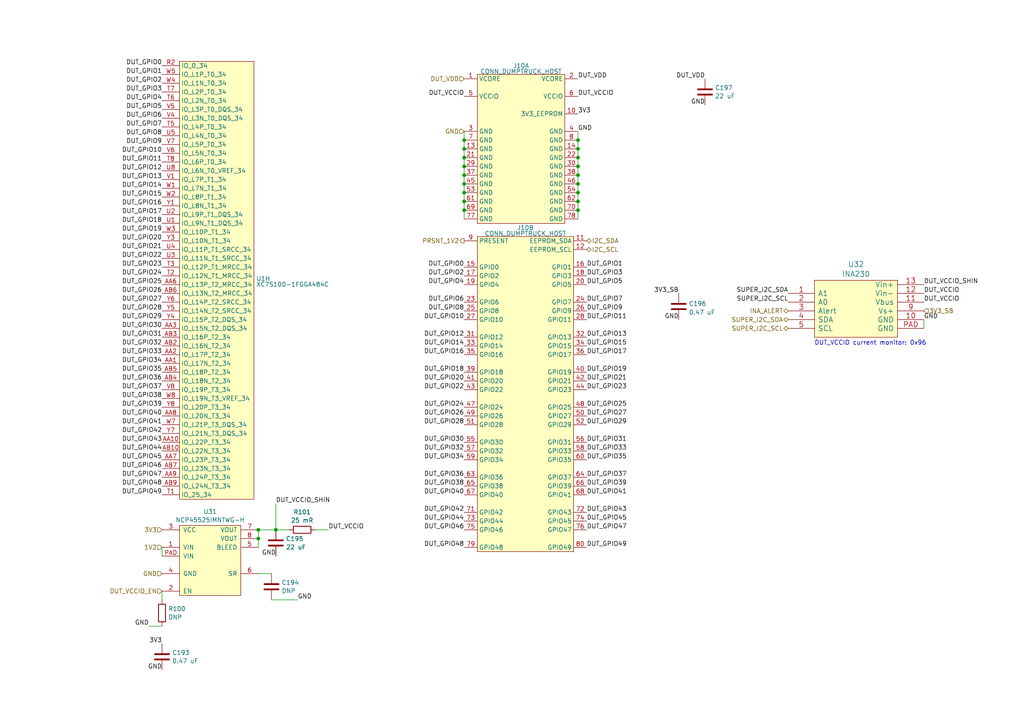
<source format=kicad_sch>
(kicad_sch (version 20231120) (generator "eeschema") (generator_version "8.0")
  (paper "A4")
  (title_block (title "DUMPTRUCK flash dumper") (date "2024-10-18") (rev "0.1") (company "Antikernel Labs") (comment 1 "Andrew D. Zonenberg"))
  (junction (at 167.64 55.88))
  (junction (at 167.64 50.8))
  (junction (at 167.64 60.96))
  (junction (at 134.62 40.64))
  (junction (at 134.62 50.8))
  (junction (at 167.64 53.34))
  (junction (at 134.62 43.18))
  (junction (at 80.01 153.67))
  (junction (at 167.64 48.26))
  (junction (at 134.62 60.96))
  (junction (at 134.62 45.72))
  (junction (at 134.62 53.34))
  (junction (at 167.64 45.72))
  (junction (at 167.64 40.64))
  (junction (at 74.93 156.21))
  (junction (at 74.93 153.67))
  (junction (at 134.62 48.26))
  (junction (at 167.64 58.42))
  (junction (at 134.62 55.88))
  (junction (at 167.64 43.18))
  (junction (at 134.62 58.42))
  (wire (pts (xy 167.64 40.64) (xy 167.64 43.18)))
  (wire (pts (xy 80.01 153.67) (xy 83.82 153.67)))
  (wire (pts (xy 134.62 38.1) (xy 134.62 40.64)))
  (wire (pts (xy 134.62 48.26) (xy 134.62 50.8)))
  (wire (pts (xy 134.62 55.88) (xy 134.62 58.42)))
  (wire (pts (xy 134.62 50.8) (xy 134.62 53.34)))
  (wire (pts (xy 46.99 171.45) (xy 46.99 173.99)))
  (wire (pts (xy 80.01 146.05) (xy 80.01 153.67)))
  (wire (pts (xy 134.62 43.18) (xy 134.62 45.72)))
  (wire (pts (xy 74.93 153.67) (xy 74.93 156.21)))
  (wire (pts (xy 134.62 60.96) (xy 134.62 63.5)))
  (wire (pts (xy 167.64 58.42) (xy 167.64 60.96)))
  (wire (pts (xy 267.97 92.71) (xy 267.97 95.25)))
  (wire (pts (xy 167.64 43.18) (xy 167.64 45.72)))
  (wire (pts (xy 167.64 55.88) (xy 167.64 58.42)))
  (wire (pts (xy 134.62 53.34) (xy 134.62 55.88)))
  (wire (pts (xy 167.64 50.8) (xy 167.64 53.34)))
  (wire (pts (xy 43.18 181.61) (xy 46.99 181.61)))
  (wire (pts (xy 134.62 45.72) (xy 134.62 48.26)))
  (wire (pts (xy 167.64 53.34) (xy 167.64 55.88)))
  (wire (pts (xy 134.62 40.64) (xy 134.62 43.18)))
  (wire (pts (xy 46.99 158.75) (xy 46.99 161.29)))
  (wire (pts (xy 134.62 58.42) (xy 134.62 60.96)))
  (wire (pts (xy 167.64 38.1) (xy 167.64 40.64)))
  (wire (pts (xy 74.93 156.21) (xy 74.93 158.75)))
  (wire (pts (xy 167.64 48.26) (xy 167.64 50.8)))
  (wire (pts (xy 78.74 173.99) (xy 86.36 173.99)))
  (wire (pts (xy 74.93 153.67) (xy 80.01 153.67)))
  (wire (pts (xy 91.44 153.67) (xy 95.25 153.67)))
  (wire (pts (xy 167.64 45.72) (xy 167.64 48.26)))
  (wire (pts (xy 167.64 60.96) (xy 167.64 63.5)))
  (wire (pts (xy 74.93 166.37) (xy 78.74 166.37)))
  (text "DUT_VCCIO current monitor: 0x96" (at 236.22 99.568 0) (effects (font (size 1.27 1.27)) (justify left)))
  (label "DUT_GPIO9" (at 170.18 90.17 0))
  (label "DUT_GPIO33" (at 46.99 102.87 180))
  (label "DUT_GPIO4" (at 46.99 29.21 180))
  (label "DUT_GPIO43" (at 46.99 128.27 180))
  (label "DUT_GPIO44" (at 134.62 151.13 180))
  (label "GND" (at 80.01 161.29 180))
  (label "DUT_GPIO47" (at 46.99 138.43 180))
  (label "DUT_GPIO13" (at 46.99 52.07 180))
  (label "DUT_GPIO7" (at 170.18 87.63 0))
  (label "DUT_VDD" (at 167.64 22.86 0))
  (label "DUT_GPIO12" (at 46.99 49.53 180))
  (label "DUT_GPIO32" (at 134.62 130.81 180))
  (label "DUT_GPIO40" (at 134.62 143.51 180))
  (label "DUT_VCCIO" (at 267.97 85.09 0))
  (label "DUT_GPIO25" (at 46.99 82.55 180))
  (label "DUT_GPIO30" (at 46.99 95.25 180))
  (label "DUT_GPIO22" (at 46.99 74.93 180))
  (label "DUT_GPIO21" (at 170.18 110.49 0))
  (label "DUT_GPIO36" (at 134.62 138.43 180))
  (label "SUPER_I2C_SCL" (at 228.6 87.63 180))
  (label "DUT_GPIO16" (at 134.62 102.87 180))
  (label "DUT_GPIO24" (at 46.99 80.01 180))
  (label "DUT_GPIO45" (at 46.99 133.35 180))
  (label "DUT_GPIO5" (at 170.18 82.55 0))
  (label "DUT_VDD" (at 204.47 22.86 180))
  (label "SUPER_I2C_SDA" (at 228.6 85.09 180))
  (label "DUT_VCCIO_SHIN" (at 80.01 146.05 0))
  (label "DUT_GPIO6" (at 46.99 34.29 180))
  (label "DUT_GPIO8" (at 46.99 39.37 180))
  (label "GND" (at 204.47 30.48 180))
  (label "DUT_GPIO21" (at 46.99 72.39 180))
  (label "DUT_GPIO29" (at 170.18 123.19 0))
  (label "DUT_GPIO25" (at 170.18 118.11 0))
  (label "DUT_GPIO1" (at 170.18 77.47 0))
  (label "DUT_GPIO3" (at 46.99 26.67 180))
  (label "DUT_GPIO27" (at 170.18 120.65 0))
  (label "DUT_GPIO2" (at 46.99 24.13 180))
  (label "DUT_GPIO37" (at 170.18 138.43 0))
  (label "GND" (at 167.64 38.1 0))
  (label "DUT_GPIO12" (at 134.62 97.79 180))
  (label "DUT_GPIO48" (at 134.62 158.75 180))
  (label "GND" (at 86.36 173.99 0))
  (label "DUT_GPIO10" (at 134.62 92.71 180))
  (label "DUT_GPIO20" (at 134.62 110.49 180))
  (label "DUT_GPIO39" (at 170.18 140.97 0))
  (label "DUT_GPIO37" (at 46.99 113.03 180))
  (label "DUT_GPIO42" (at 46.99 125.73 180))
  (label "DUT_GPIO46" (at 134.62 153.67 180))
  (label "DUT_GPIO42" (at 134.62 148.59 180))
  (label "DUT_GPIO49" (at 170.18 158.75 0))
  (label "DUT_GPIO47" (at 170.18 153.67 0))
  (label "DUT_GPIO7" (at 46.99 36.83 180))
  (label "DUT_GPIO31" (at 46.99 97.79 180))
  (label "DUT_VCCIO_SHIN" (at 267.97 82.55 0))
  (label "DUT_GPIO5" (at 46.99 31.75 180))
  (label "DUT_GPIO15" (at 46.99 57.15 180))
  (label "DUT_GPIO44" (at 46.99 130.81 180))
  (label "DUT_GPIO17" (at 170.18 102.87 0))
  (label "DUT_GPIO39" (at 46.99 118.11 180))
  (label "DUT_GPIO17" (at 46.99 62.23 180))
  (label "DUT_GPIO10" (at 46.99 44.45 180))
  (label "DUT_GPIO22" (at 134.62 113.03 180))
  (label "DUT_GPIO45" (at 170.18 151.13 0))
  (label "DUT_GPIO3" (at 170.18 80.01 0))
  (label "GND" (at 43.18 181.61 180))
  (label "DUT_GPIO18" (at 134.62 107.95 180))
  (label "DUT_GPIO15" (at 170.18 100.33 0))
  (label "DUT_GPIO36" (at 46.99 110.49 180))
  (label "DUT_GPIO43" (at 170.18 148.59 0))
  (label "DUT_GPIO35" (at 170.18 133.35 0))
  (label "DUT_GPIO41" (at 46.99 123.19 180))
  (label "GND" (at 267.97 92.71 0))
  (label "DUT_GPIO8" (at 134.62 90.17 180))
  (label "DUT_GPIO26" (at 134.62 120.65 180))
  (label "DUT_GPIO23" (at 46.99 77.47 180))
  (label "DUT_GPIO14" (at 46.99 54.61 180))
  (label "GND" (at 46.99 194.31 180))
  (label "DUT_VCCIO" (at 95.25 153.67 0))
  (label "DUT_GPIO13" (at 170.18 97.79 0))
  (label "DUT_GPIO11" (at 46.99 46.99 180))
  (label "DUT_GPIO19" (at 46.99 67.31 180))
  (label "DUT_GPIO23" (at 170.18 113.03 0))
  (label "DUT_GPIO11" (at 170.18 92.71 0))
  (label "DUT_GPIO31" (at 170.18 128.27 0))
  (label "DUT_GPIO18" (at 46.99 64.77 180))
  (label "DUT_GPIO41" (at 170.18 143.51 0))
  (label "3V3_SB" (at 196.85 85.09 180))
  (label "DUT_GPIO16" (at 46.99 59.69 180))
  (label "DUT_VCCIO" (at 134.62 27.94 180))
  (label "DUT_GPIO46" (at 46.99 135.89 180))
  (label "DUT_GPIO4" (at 134.62 82.55 180))
  (label "DUT_GPIO38" (at 46.99 115.57 180))
  (label "DUT_GPIO32" (at 46.99 100.33 180))
  (label "DUT_VCCIO" (at 267.97 87.63 0))
  (label "GND" (at 196.85 92.71 180))
  (label "DUT_GPIO48" (at 46.99 140.97 180))
  (label "DUT_GPIO6" (at 134.62 87.63 180))
  (label "DUT_GPIO33" (at 170.18 130.81 0))
  (label "DUT_GPIO28" (at 134.62 123.19 180))
  (label "DUT_GPIO1" (at 46.99 21.59 180))
  (label "DUT_GPIO0" (at 46.99 19.05 180))
  (label "DUT_GPIO20" (at 46.99 69.85 180))
  (label "DUT_GPIO49" (at 46.99 143.51 180))
  (label "DUT_GPIO2" (at 134.62 80.01 180))
  (label "DUT_GPIO38" (at 134.62 140.97 180))
  (label "DUT_GPIO28" (at 46.99 90.17 180))
  (label "DUT_GPIO9" (at 46.99 41.91 180))
  (label "DUT_GPIO34" (at 46.99 105.41 180))
  (label "DUT_GPIO40" (at 46.99 120.65 180))
  (label "DUT_GPIO30" (at 134.62 128.27 180))
  (label "DUT_GPIO27" (at 46.99 87.63 180))
  (label "DUT_VCCIO" (at 167.64 27.94 0))
  (label "3V3" (at 167.64 33.02 0))
  (label "DUT_GPIO29" (at 46.99 92.71 180))
  (label "DUT_GPIO35" (at 46.99 107.95 180))
  (label "3V3" (at 46.99 186.69 180))
  (label "DUT_GPIO14" (at 134.62 100.33 180))
  (label "DUT_GPIO19" (at 170.18 107.95 0))
  (label "DUT_GPIO0" (at 134.62 77.47 180))
  (label "DUT_GPIO26" (at 46.99 85.09 180))
  (label "DUT_GPIO34" (at 134.62 133.35 180))
  (label "DUT_GPIO24" (at 134.62 118.11 180))
  (hierarchical_label "SUPER_I2C_SDA" (shape bidirectional) (at 228.6 92.71 180))
  (hierarchical_label "SUPER_I2C_SCL" (shape bidirectional) (at 228.6 95.25 180))
  (hierarchical_label "DUT_VCCIO_EN" (shape input) (at 46.99 171.45 180))
  (hierarchical_label "3V3" (shape input) (at 46.99 153.67 180))
  (hierarchical_label "INA_ALERT" (shape bidirectional) (at 228.6 90.17 180))
  (hierarchical_label "DUT_VDD" (shape input) (at 134.62 22.86 180))
  (hierarchical_label "I2C_SDA" (shape bidirectional) (at 170.18 69.85 0))
  (hierarchical_label "GND" (shape input) (at 46.99 166.37 180))
  (hierarchical_label "PRSNT_1V2" (shape output) (at 134.62 69.85 180))
  (hierarchical_label "GND" (shape input) (at 134.62 38.1 180))
  (hierarchical_label "1V2" (shape input) (at 46.99 158.75 180))
  (hierarchical_label "I2C_SCL" (shape bidirectional) (at 170.18 72.39 0))
  (hierarchical_label "3V3_SB" (shape input) (at 267.97 90.17 0))
  (symbol (lib_id "device:C") (at 196.85 88.9 0) (unit 1)
    (property "Reference" "C196" (at 199.771 88.0653 0) (effects (justify left)))
    (property "Value" "0.47 uF" (at 199.771 90.6022 0) (effects (justify left)))
    (property "Footprint" "azonenberg_pcb:EIA_0402_CAP_NOSILK" (effects (hide yes)))
  )
  (symbol (lib_id "device:C") (at 46.99 190.5 0) (unit 1)
    (property "Reference" "C193" (at 49.911 189.2878 0) (effects (justify left)))
    (property "Value" "0.47 uF" (at 49.911 191.7121 0) (effects (justify left)))
    (property "Footprint" "azonenberg_pcb:EIA_0402_CAP_NOSILK" (effects (hide yes)))
    (property "Description" "Unpolarized capacitor" (effects (hide yes)))
  )
  (symbol (lib_id "special-azonenberg:CONN_DUMPTRUCK_HOST") (at 138.43 160.02 0) (unit 2)
    (property "Reference" "J10" (at 152.4 66.0485 0))
    (property "Value" "CONN_DUMPTRUCK_HOST" (at 152.4 67.7299 0))
    (property "Footprint" "azonenberg_pcb:CONN_SAMTEC_BTE-040-01-F-D-A-K" (effects (hide yes)))
  )
  (symbol (lib_id "power-azonenberg:NCP45525") (at 52.07 172.72 0) (unit 1)
    (property "Reference" "U31" (at 60.96 148.3825 0))
    (property "Value" "NCP45525IMNTWG-H" (at 60.96 150.8068 0))
    (property "Footprint" "azonenberg_pcb:DFN_8_0.5MM_2x2MM" (effects (hide yes)))
  )
  (symbol (lib_id "device:C") (at 204.47 26.67 0) (unit 1)
    (property "Reference" "C197" (at 207.391 25.4578 0) (effects (justify left)))
    (property "Value" "22 uF" (at 207.391 27.8821 0) (effects (justify left)))
    (property "Footprint" "azonenberg_pcb:EIA_1206_CAP_NOSILK" (effects (hide yes)))
    (property "Description" "Unpolarized capacitor" (effects (hide yes)))
  )
  (symbol (lib_id "special-azonenberg:CONN_DUMPTRUCK_HOST") (at 138.43 64.77 0) (unit 1)
    (property "Reference" "J10" (at 151.13 19.0585 0))
    (property "Value" "CONN_DUMPTRUCK_HOST" (at 151.13 20.7399 0))
    (property "Footprint" "azonenberg_pcb:CONN_SAMTEC_BTE-040-01-F-D-A-K" (effects (hide yes)))
  )
  (symbol (lib_id "passive-azonenberg:R_PWR") (at 87.63 153.67 270) (unit 1)
    (property "Reference" "R101" (at 87.63 148.5095 90))
    (property "Value" "25 mR" (at 87.63 150.9338 90))
    (property "Footprint" "azonenberg_pcb:EIA_0402_RES_NOSILK" (effects (hide yes)))
    (property "Description" "Resistor" (effects (hide yes)))
  )
  (symbol (lib_id "special-azonenberg:INA230") (at 248.92 90.17 0) (unit 1)
    (property "Reference" "U32" (at 248.285 76.6496 0) (effects (font (size 1.524 1.524))))
    (property "Value" "INA230" (at 248.285 79.4825 0) (effects (font (size 1.524 1.524))))
    (property "Footprint" "azonenberg_pcb:QFN_16_0.5MM_3x3MM" (effects (hide yes)))
  )
  (symbol (lib_id "xilinx-azonenberg:XC7Sx-xFGGA484x") (at 52.07 144.78 0) (unit 8)
    (property "Reference" "U1" (at 74.295 80.8108 0) (effects (justify left)))
    (property "Value" "XC7S100-1FGGA484C" (at 74.295 82.4922 0) (effects (justify left)))
    (property "Footprint" "azonenberg_pcb:BGA_484_22x22_FULLARRAY_1MM" (effects (hide yes)))
  )
  (symbol (lib_id "device:C") (at 80.01 157.48 0) (unit 1)
    (property "Reference" "C195" (at 82.931 156.2678 0) (effects (justify left)))
    (property "Value" "22 uF" (at 82.931 158.6921 0) (effects (justify left)))
    (property "Footprint" "azonenberg_pcb:EIA_0805_CAP_NOSILK" (effects (hide yes)))
    (property "Description" "Unpolarized capacitor" (effects (hide yes)))
  )
  (symbol (lib_id "device:C") (at 78.74 170.18 0) (unit 1)
    (property "Reference" "C194" (at 81.661 168.9678 0) (effects (justify left)))
    (property "Value" "DNP" (at 81.661 171.3921 0) (effects (justify left)))
    (property "Footprint" "azonenberg_pcb:EIA_0402_CAP_NOSILK" (effects (hide yes)))
    (property "Description" "Unpolarized capacitor" (effects (hide yes)))
  )
  (symbol (lib_id "device:R") (at 46.99 177.8 0) (unit 1)
    (property "Reference" "R100" (at 48.768 176.5878 0) (effects (justify left)))
    (property "Value" "DNP" (at 48.768 179.0121 0) (effects (justify left)))
    (property "Footprint" "azonenberg_pcb:EIA_0402_RES_NOSILK" (effects (hide yes)))
    (property "Description" "Resistor" (effects (hide yes)))
  )
)
</source>
